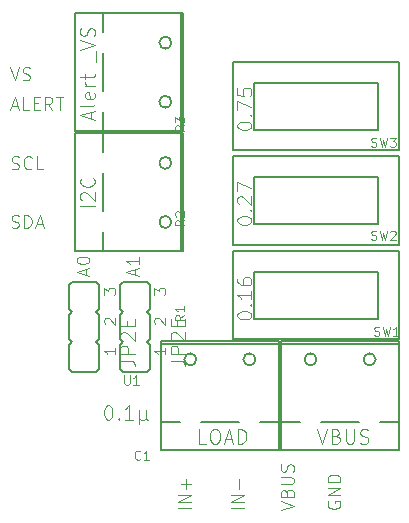
<source format=gto>
G04 #@! TF.GenerationSoftware,KiCad,Pcbnew,5.1.5*
G04 #@! TF.CreationDate,2020-04-17T15:55:13+02:00*
G04 #@! TF.ProjectId,eco_measurement_ina226,65636f5f-6d65-4617-9375-72656d656e74,rev?*
G04 #@! TF.SameCoordinates,Original*
G04 #@! TF.FileFunction,Legend,Top*
G04 #@! TF.FilePolarity,Positive*
%FSLAX46Y46*%
G04 Gerber Fmt 4.6, Leading zero omitted, Abs format (unit mm)*
G04 Created by KiCad (PCBNEW 5.1.5) date 2020-04-17 15:55:13*
%MOMM*%
%LPD*%
G04 APERTURE LIST*
%ADD10C,0.091440*%
%ADD11C,0.065024*%
%ADD12C,0.152400*%
%ADD13C,0.127000*%
%ADD14C,0.061772*%
%ADD15C,0.096520*%
%ADD16C,0.120650*%
%ADD17C,0.118872*%
G04 APERTURE END LIST*
D10*
X151969392Y-126065628D02*
X150883542Y-126065628D01*
X151969392Y-125548556D02*
X150883542Y-125548556D01*
X151969392Y-124928071D01*
X150883542Y-124928071D01*
X151555735Y-124410999D02*
X151555735Y-123583685D01*
X147469392Y-126065628D02*
X146383542Y-126065628D01*
X147469392Y-125548556D02*
X146383542Y-125548556D01*
X147469392Y-124928071D01*
X146383542Y-124928071D01*
X147055735Y-124410999D02*
X147055735Y-123583685D01*
X147469392Y-123997342D02*
X146642078Y-123997342D01*
X155083542Y-126220749D02*
X156169392Y-125858799D01*
X155083542Y-125496849D01*
X155600614Y-124772949D02*
X155652321Y-124617828D01*
X155704028Y-124566121D01*
X155807442Y-124514414D01*
X155962564Y-124514414D01*
X156065978Y-124566121D01*
X156117685Y-124617828D01*
X156169392Y-124721242D01*
X156169392Y-125134899D01*
X155083542Y-125134899D01*
X155083542Y-124772949D01*
X155135250Y-124669535D01*
X155186957Y-124617828D01*
X155290371Y-124566121D01*
X155393785Y-124566121D01*
X155497200Y-124617828D01*
X155548907Y-124669535D01*
X155600614Y-124772949D01*
X155600614Y-125134899D01*
X155083542Y-124049049D02*
X155962564Y-124049049D01*
X156065978Y-123997342D01*
X156117685Y-123945635D01*
X156169392Y-123842221D01*
X156169392Y-123635392D01*
X156117685Y-123531978D01*
X156065978Y-123480271D01*
X155962564Y-123428564D01*
X155083542Y-123428564D01*
X156117685Y-122963199D02*
X156169392Y-122808078D01*
X156169392Y-122549542D01*
X156117685Y-122446128D01*
X156065978Y-122394421D01*
X155962564Y-122342714D01*
X155859150Y-122342714D01*
X155755735Y-122394421D01*
X155704028Y-122446128D01*
X155652321Y-122549542D01*
X155600614Y-122756371D01*
X155548907Y-122859785D01*
X155497200Y-122911492D01*
X155393785Y-122963199D01*
X155290371Y-122963199D01*
X155186957Y-122911492D01*
X155135250Y-122859785D01*
X155083542Y-122756371D01*
X155083542Y-122497835D01*
X155135250Y-122342714D01*
X159105250Y-125496849D02*
X159053542Y-125600264D01*
X159053542Y-125755385D01*
X159105250Y-125910506D01*
X159208664Y-126013921D01*
X159312078Y-126065628D01*
X159518907Y-126117335D01*
X159674028Y-126117335D01*
X159880857Y-126065628D01*
X159984271Y-126013921D01*
X160087685Y-125910506D01*
X160139392Y-125755385D01*
X160139392Y-125651971D01*
X160087685Y-125496849D01*
X160035978Y-125445142D01*
X159674028Y-125445142D01*
X159674028Y-125651971D01*
X160139392Y-124979778D02*
X159053542Y-124979778D01*
X160139392Y-124359292D01*
X159053542Y-124359292D01*
X160139392Y-123842221D02*
X159053542Y-123842221D01*
X159053542Y-123583685D01*
X159105250Y-123428564D01*
X159208664Y-123325149D01*
X159312078Y-123273442D01*
X159518907Y-123221735D01*
X159674028Y-123221735D01*
X159880857Y-123273442D01*
X159984271Y-123325149D01*
X160087685Y-123428564D01*
X160139392Y-123583685D01*
X160139392Y-123842221D01*
X132183950Y-88746042D02*
X132545900Y-89831892D01*
X132907850Y-88746042D01*
X133218093Y-89780185D02*
X133373214Y-89831892D01*
X133631750Y-89831892D01*
X133735164Y-89780185D01*
X133786871Y-89728478D01*
X133838578Y-89625064D01*
X133838578Y-89521650D01*
X133786871Y-89418235D01*
X133735164Y-89366528D01*
X133631750Y-89314821D01*
X133424921Y-89263114D01*
X133321507Y-89211407D01*
X133269800Y-89159700D01*
X133218093Y-89056285D01*
X133218093Y-88952871D01*
X133269800Y-88849457D01*
X133321507Y-88797750D01*
X133424921Y-88746042D01*
X133683457Y-88746042D01*
X133838578Y-88797750D01*
X132287364Y-92021650D02*
X132804436Y-92021650D01*
X132183950Y-92331892D02*
X132545900Y-91246042D01*
X132907850Y-92331892D01*
X133786871Y-92331892D02*
X133269800Y-92331892D01*
X133269800Y-91246042D01*
X134148821Y-91763114D02*
X134510771Y-91763114D01*
X134665893Y-92331892D02*
X134148821Y-92331892D01*
X134148821Y-91246042D01*
X134665893Y-91246042D01*
X135751743Y-92331892D02*
X135389793Y-91814821D01*
X135131257Y-92331892D02*
X135131257Y-91246042D01*
X135544914Y-91246042D01*
X135648328Y-91297750D01*
X135700036Y-91349457D01*
X135751743Y-91452871D01*
X135751743Y-91607992D01*
X135700036Y-91711407D01*
X135648328Y-91763114D01*
X135544914Y-91814821D01*
X135131257Y-91814821D01*
X136061986Y-91246042D02*
X136682471Y-91246042D01*
X136372228Y-92331892D02*
X136372228Y-91246042D01*
X132287364Y-97320185D02*
X132442486Y-97371892D01*
X132701021Y-97371892D01*
X132804436Y-97320185D01*
X132856143Y-97268478D01*
X132907850Y-97165064D01*
X132907850Y-97061650D01*
X132856143Y-96958235D01*
X132804436Y-96906528D01*
X132701021Y-96854821D01*
X132494193Y-96803114D01*
X132390778Y-96751407D01*
X132339071Y-96699700D01*
X132287364Y-96596285D01*
X132287364Y-96492871D01*
X132339071Y-96389457D01*
X132390778Y-96337750D01*
X132494193Y-96286042D01*
X132752728Y-96286042D01*
X132907850Y-96337750D01*
X133993700Y-97268478D02*
X133941993Y-97320185D01*
X133786871Y-97371892D01*
X133683457Y-97371892D01*
X133528336Y-97320185D01*
X133424921Y-97216771D01*
X133373214Y-97113357D01*
X133321507Y-96906528D01*
X133321507Y-96751407D01*
X133373214Y-96544578D01*
X133424921Y-96441164D01*
X133528336Y-96337750D01*
X133683457Y-96286042D01*
X133786871Y-96286042D01*
X133941993Y-96337750D01*
X133993700Y-96389457D01*
X134976136Y-97371892D02*
X134459064Y-97371892D01*
X134459064Y-96286042D01*
X132287364Y-102280185D02*
X132442486Y-102331892D01*
X132701021Y-102331892D01*
X132804436Y-102280185D01*
X132856143Y-102228478D01*
X132907850Y-102125064D01*
X132907850Y-102021650D01*
X132856143Y-101918235D01*
X132804436Y-101866528D01*
X132701021Y-101814821D01*
X132494193Y-101763114D01*
X132390778Y-101711407D01*
X132339071Y-101659700D01*
X132287364Y-101556285D01*
X132287364Y-101452871D01*
X132339071Y-101349457D01*
X132390778Y-101297750D01*
X132494193Y-101246042D01*
X132752728Y-101246042D01*
X132907850Y-101297750D01*
X133373214Y-102331892D02*
X133373214Y-101246042D01*
X133631750Y-101246042D01*
X133786871Y-101297750D01*
X133890286Y-101401164D01*
X133941993Y-101504578D01*
X133993700Y-101711407D01*
X133993700Y-101866528D01*
X133941993Y-102073357D01*
X133890286Y-102176771D01*
X133786871Y-102280185D01*
X133631750Y-102331892D01*
X133373214Y-102331892D01*
X134407357Y-102021650D02*
X134924428Y-102021650D01*
X134303943Y-102331892D02*
X134665893Y-101246042D01*
X135027843Y-102331892D01*
X138569150Y-106317335D02*
X138569150Y-105800264D01*
X138879392Y-106420749D02*
X137793542Y-106058799D01*
X138879392Y-105696849D01*
X137793542Y-105128071D02*
X137793542Y-105024656D01*
X137845250Y-104921242D01*
X137896957Y-104869535D01*
X138000371Y-104817828D01*
X138207200Y-104766121D01*
X138465735Y-104766121D01*
X138672564Y-104817828D01*
X138775978Y-104869535D01*
X138827685Y-104921242D01*
X138879392Y-105024656D01*
X138879392Y-105128071D01*
X138827685Y-105231485D01*
X138775978Y-105283192D01*
X138672564Y-105334899D01*
X138465735Y-105386606D01*
X138207200Y-105386606D01*
X138000371Y-105334899D01*
X137896957Y-105283192D01*
X137845250Y-105231485D01*
X137793542Y-105128071D01*
X142774150Y-106342335D02*
X142774150Y-105825264D01*
X143084392Y-106445749D02*
X141998542Y-106083799D01*
X143084392Y-105721849D01*
X143084392Y-104791121D02*
X143084392Y-105411606D01*
X143084392Y-105101364D02*
X141998542Y-105101364D01*
X142153664Y-105204778D01*
X142257078Y-105308192D01*
X142308785Y-105411606D01*
D11*
X141837213Y-114824670D02*
X141837213Y-115449752D01*
X141873982Y-115523291D01*
X141910752Y-115560060D01*
X141984291Y-115596830D01*
X142131369Y-115596830D01*
X142204908Y-115560060D01*
X142241677Y-115523291D01*
X142278447Y-115449752D01*
X142278447Y-114824670D01*
X143050607Y-115596830D02*
X142609373Y-115596830D01*
X142829990Y-115596830D02*
X142829990Y-114824670D01*
X142756451Y-114934979D01*
X142682912Y-115008518D01*
X142609373Y-115045287D01*
D12*
X152937900Y-113468800D02*
G75*
G03X152937900Y-113468800I-508000J0D01*
G01*
X147934100Y-113468800D02*
G75*
G03X147934100Y-113468800I-508000J0D01*
G01*
X154919100Y-112147600D02*
X154919100Y-118751600D01*
X144937100Y-112147600D02*
X144937100Y-111944600D01*
X144937100Y-112147600D02*
X154919100Y-112147600D01*
X154919100Y-118751600D02*
X154919100Y-121139600D01*
X144937100Y-118751600D02*
X144937100Y-112147600D01*
X153319100Y-118751600D02*
X154919100Y-118751600D01*
X148315100Y-118751600D02*
X151541100Y-118751600D01*
X144937100Y-118751600D02*
X146537100Y-118751600D01*
X144937100Y-121139600D02*
X144937100Y-118751600D01*
X154919100Y-111944600D02*
X144937100Y-111944600D01*
X154919100Y-111944600D02*
X154919100Y-112147600D01*
X144937100Y-121139600D02*
X154919100Y-121139600D01*
X163112900Y-113468800D02*
G75*
G03X163112900Y-113468800I-508000J0D01*
G01*
X158109100Y-113468800D02*
G75*
G03X158109100Y-113468800I-508000J0D01*
G01*
X165094100Y-112147600D02*
X165094100Y-118751600D01*
X155112100Y-112147600D02*
X155112100Y-111944600D01*
X155112100Y-112147600D02*
X165094100Y-112147600D01*
X165094100Y-118751600D02*
X165094100Y-121139600D01*
X155112100Y-118751600D02*
X155112100Y-112147600D01*
X163494100Y-118751600D02*
X165094100Y-118751600D01*
X158490100Y-118751600D02*
X161716100Y-118751600D01*
X155112100Y-118751600D02*
X156712100Y-118751600D01*
X155112100Y-121139600D02*
X155112100Y-118751600D01*
X165094100Y-111944600D02*
X155112100Y-111944600D01*
X165094100Y-111944600D02*
X165094100Y-112147600D01*
X155112100Y-121139600D02*
X165094100Y-121139600D01*
X145818900Y-91657400D02*
G75*
G03X145818900Y-91657400I-508000J0D01*
G01*
X145818900Y-86653600D02*
G75*
G03X145818900Y-86653600I-508000J0D01*
G01*
X146632100Y-94146600D02*
X140028100Y-94146600D01*
X146632100Y-84164600D02*
X146835100Y-84164600D01*
X146632100Y-84164600D02*
X146632100Y-94146600D01*
X140028100Y-94146600D02*
X137640100Y-94146600D01*
X140028100Y-84164600D02*
X146632100Y-84164600D01*
X140028100Y-92546600D02*
X140028100Y-94146600D01*
X140028100Y-87542600D02*
X140028100Y-90768600D01*
X140028100Y-84164600D02*
X140028100Y-85764600D01*
X137640100Y-84164600D02*
X140028100Y-84164600D01*
X146835100Y-94146600D02*
X146835100Y-84164600D01*
X146835100Y-94146600D02*
X146632100Y-94146600D01*
X137640100Y-84164600D02*
X137640100Y-94146600D01*
X145818900Y-101835900D02*
G75*
G03X145818900Y-101835900I-508000J0D01*
G01*
X145818900Y-96832100D02*
G75*
G03X145818900Y-96832100I-508000J0D01*
G01*
X146632100Y-104325100D02*
X140028100Y-104325100D01*
X146632100Y-94343100D02*
X146835100Y-94343100D01*
X146632100Y-94343100D02*
X146632100Y-104325100D01*
X140028100Y-104325100D02*
X137640100Y-104325100D01*
X140028100Y-94343100D02*
X146632100Y-94343100D01*
X140028100Y-102725100D02*
X140028100Y-104325100D01*
X140028100Y-97721100D02*
X140028100Y-100947100D01*
X140028100Y-94343100D02*
X140028100Y-95943100D01*
X137640100Y-94343100D02*
X140028100Y-94343100D01*
X146835100Y-104325100D02*
X146835100Y-94343100D01*
X146835100Y-104325100D02*
X146632100Y-104325100D01*
X137640100Y-94343100D02*
X137640100Y-104325100D01*
X143971100Y-112252600D02*
X143971100Y-114284600D01*
X143971100Y-109712600D02*
X143971100Y-111744600D01*
X143717100Y-114538600D02*
X143971100Y-114284600D01*
X143971100Y-112252600D02*
X143717100Y-111998600D01*
X143717100Y-111998600D02*
X143971100Y-111744600D01*
X143971100Y-109712600D02*
X143717100Y-109458600D01*
X141431100Y-112252600D02*
X141431100Y-114284600D01*
X141685100Y-114538600D02*
X141431100Y-114284600D01*
X141431100Y-112252600D02*
X141685100Y-111998600D01*
X141685100Y-111998600D02*
X141431100Y-111744600D01*
X141431100Y-109712600D02*
X141431100Y-111744600D01*
X141431100Y-109712600D02*
X141685100Y-109458600D01*
X141685100Y-106918600D02*
X143717100Y-106918600D01*
X141431100Y-107172600D02*
X141685100Y-106918600D01*
X143971100Y-107172600D02*
X143717100Y-106918600D01*
X143717100Y-109458600D02*
X143971100Y-109204600D01*
X143971100Y-107172600D02*
X143971100Y-109204600D01*
X141685100Y-109458600D02*
X141431100Y-109204600D01*
X141431100Y-107172600D02*
X141431100Y-109204600D01*
X143717100Y-114538600D02*
X141685100Y-114538600D01*
X139721100Y-112252600D02*
X139721100Y-114284600D01*
X139721100Y-109712600D02*
X139721100Y-111744600D01*
X139467100Y-114538600D02*
X139721100Y-114284600D01*
X139721100Y-112252600D02*
X139467100Y-111998600D01*
X139467100Y-111998600D02*
X139721100Y-111744600D01*
X139721100Y-109712600D02*
X139467100Y-109458600D01*
X137181100Y-112252600D02*
X137181100Y-114284600D01*
X137435100Y-114538600D02*
X137181100Y-114284600D01*
X137181100Y-112252600D02*
X137435100Y-111998600D01*
X137435100Y-111998600D02*
X137181100Y-111744600D01*
X137181100Y-109712600D02*
X137181100Y-111744600D01*
X137181100Y-109712600D02*
X137435100Y-109458600D01*
X137435100Y-106918600D02*
X139467100Y-106918600D01*
X137181100Y-107172600D02*
X137435100Y-106918600D01*
X139721100Y-107172600D02*
X139467100Y-106918600D01*
X139467100Y-109458600D02*
X139721100Y-109204600D01*
X139721100Y-107172600D02*
X139721100Y-109204600D01*
X137435100Y-109458600D02*
X137181100Y-109204600D01*
X137181100Y-107172600D02*
X137181100Y-109204600D01*
X139467100Y-114538600D02*
X137435100Y-114538600D01*
D13*
X152801100Y-106028600D02*
X163301100Y-106028600D01*
X152801100Y-110028600D02*
X152801100Y-106028600D01*
X163301100Y-110028600D02*
X152801100Y-110028600D01*
X163301100Y-106028600D02*
X163301100Y-110028600D01*
X165101100Y-111778600D02*
X151001100Y-111778600D01*
X165101100Y-104278600D02*
X165101100Y-111778600D01*
X151001100Y-104278600D02*
X165101100Y-104278600D01*
X151001100Y-111778600D02*
X151001100Y-104278600D01*
X152801100Y-98028600D02*
X163301100Y-98028600D01*
X152801100Y-102028600D02*
X152801100Y-98028600D01*
X163301100Y-102028600D02*
X152801100Y-102028600D01*
X163301100Y-98028600D02*
X163301100Y-102028600D01*
X165101100Y-103778600D02*
X151001100Y-103778600D01*
X165101100Y-96278600D02*
X165101100Y-103778600D01*
X151001100Y-96278600D02*
X165101100Y-96278600D01*
X151001100Y-103778600D02*
X151001100Y-96278600D01*
X152801100Y-90028600D02*
X163301100Y-90028600D01*
X152801100Y-94028600D02*
X152801100Y-90028600D01*
X163301100Y-94028600D02*
X152801100Y-94028600D01*
X163301100Y-90028600D02*
X163301100Y-94028600D01*
X165101100Y-95778600D02*
X151001100Y-95778600D01*
X165101100Y-88278600D02*
X165101100Y-95778600D01*
X151001100Y-88278600D02*
X165101100Y-88278600D01*
X151001100Y-95778600D02*
X151001100Y-88278600D01*
D14*
X146909330Y-109703366D02*
X146541635Y-109960752D01*
X146909330Y-110144600D02*
X146137170Y-110144600D01*
X146137170Y-109850444D01*
X146173940Y-109776905D01*
X146210709Y-109740135D01*
X146284248Y-109703366D01*
X146394557Y-109703366D01*
X146468096Y-109740135D01*
X146504865Y-109776905D01*
X146541635Y-109850444D01*
X146541635Y-110144600D01*
X146909330Y-108967975D02*
X146909330Y-109409210D01*
X146909330Y-109188592D02*
X146137170Y-109188592D01*
X146247479Y-109262132D01*
X146321018Y-109335671D01*
X146357787Y-109409210D01*
D15*
X151390047Y-109788790D02*
X151390047Y-109673885D01*
X151447500Y-109558981D01*
X151504952Y-109501528D01*
X151619857Y-109444076D01*
X151849666Y-109386623D01*
X152136928Y-109386623D01*
X152366738Y-109444076D01*
X152481642Y-109501528D01*
X152539095Y-109558981D01*
X152596547Y-109673885D01*
X152596547Y-109788790D01*
X152539095Y-109903695D01*
X152481642Y-109961147D01*
X152366738Y-110018600D01*
X152136928Y-110076052D01*
X151849666Y-110076052D01*
X151619857Y-110018600D01*
X151504952Y-109961147D01*
X151447500Y-109903695D01*
X151390047Y-109788790D01*
X152481642Y-108869552D02*
X152539095Y-108812100D01*
X152596547Y-108869552D01*
X152539095Y-108927004D01*
X152481642Y-108869552D01*
X152596547Y-108869552D01*
X152596547Y-107663052D02*
X152596547Y-108352481D01*
X152596547Y-108007766D02*
X151390047Y-108007766D01*
X151562404Y-108122671D01*
X151677309Y-108237576D01*
X151734761Y-108352481D01*
X151390047Y-106628909D02*
X151390047Y-106858719D01*
X151447500Y-106973623D01*
X151504952Y-107031076D01*
X151677309Y-107145981D01*
X151907119Y-107203433D01*
X152366738Y-107203433D01*
X152481642Y-107145981D01*
X152539095Y-107088528D01*
X152596547Y-106973623D01*
X152596547Y-106743814D01*
X152539095Y-106628909D01*
X152481642Y-106571457D01*
X152366738Y-106514004D01*
X152079476Y-106514004D01*
X151964571Y-106571457D01*
X151907119Y-106628909D01*
X151849666Y-106743814D01*
X151849666Y-106973623D01*
X151907119Y-107088528D01*
X151964571Y-107145981D01*
X152079476Y-107203433D01*
D14*
X146909330Y-101678366D02*
X146541635Y-101935752D01*
X146909330Y-102119600D02*
X146137170Y-102119600D01*
X146137170Y-101825444D01*
X146173940Y-101751905D01*
X146210709Y-101715135D01*
X146284248Y-101678366D01*
X146394557Y-101678366D01*
X146468096Y-101715135D01*
X146504865Y-101751905D01*
X146541635Y-101825444D01*
X146541635Y-102119600D01*
X146210709Y-101384210D02*
X146173940Y-101347440D01*
X146137170Y-101273901D01*
X146137170Y-101090053D01*
X146173940Y-101016514D01*
X146210709Y-100979745D01*
X146284248Y-100942975D01*
X146357787Y-100942975D01*
X146468096Y-100979745D01*
X146909330Y-101420979D01*
X146909330Y-100942975D01*
D15*
X151390047Y-101763790D02*
X151390047Y-101648885D01*
X151447500Y-101533981D01*
X151504952Y-101476528D01*
X151619857Y-101419076D01*
X151849666Y-101361623D01*
X152136928Y-101361623D01*
X152366738Y-101419076D01*
X152481642Y-101476528D01*
X152539095Y-101533981D01*
X152596547Y-101648885D01*
X152596547Y-101763790D01*
X152539095Y-101878695D01*
X152481642Y-101936147D01*
X152366738Y-101993600D01*
X152136928Y-102051052D01*
X151849666Y-102051052D01*
X151619857Y-101993600D01*
X151504952Y-101936147D01*
X151447500Y-101878695D01*
X151390047Y-101763790D01*
X152481642Y-100844552D02*
X152539095Y-100787100D01*
X152596547Y-100844552D01*
X152539095Y-100902004D01*
X152481642Y-100844552D01*
X152596547Y-100844552D01*
X151504952Y-100327481D02*
X151447500Y-100270028D01*
X151390047Y-100155123D01*
X151390047Y-99867862D01*
X151447500Y-99752957D01*
X151504952Y-99695504D01*
X151619857Y-99638052D01*
X151734761Y-99638052D01*
X151907119Y-99695504D01*
X152596547Y-100384933D01*
X152596547Y-99638052D01*
X151390047Y-99235885D02*
X151390047Y-98431552D01*
X152596547Y-98948623D01*
D14*
X146909330Y-93653366D02*
X146541635Y-93910752D01*
X146909330Y-94094600D02*
X146137170Y-94094600D01*
X146137170Y-93800444D01*
X146173940Y-93726905D01*
X146210709Y-93690135D01*
X146284248Y-93653366D01*
X146394557Y-93653366D01*
X146468096Y-93690135D01*
X146504865Y-93726905D01*
X146541635Y-93800444D01*
X146541635Y-94094600D01*
X146137170Y-93395979D02*
X146137170Y-92917975D01*
X146431326Y-93175362D01*
X146431326Y-93065053D01*
X146468096Y-92991514D01*
X146504865Y-92954745D01*
X146578404Y-92917975D01*
X146762252Y-92917975D01*
X146835791Y-92954745D01*
X146872560Y-92991514D01*
X146909330Y-93065053D01*
X146909330Y-93285671D01*
X146872560Y-93359210D01*
X146835791Y-93395979D01*
D15*
X151390047Y-93738790D02*
X151390047Y-93623885D01*
X151447500Y-93508981D01*
X151504952Y-93451528D01*
X151619857Y-93394076D01*
X151849666Y-93336623D01*
X152136928Y-93336623D01*
X152366738Y-93394076D01*
X152481642Y-93451528D01*
X152539095Y-93508981D01*
X152596547Y-93623885D01*
X152596547Y-93738790D01*
X152539095Y-93853695D01*
X152481642Y-93911147D01*
X152366738Y-93968600D01*
X152136928Y-94026052D01*
X151849666Y-94026052D01*
X151619857Y-93968600D01*
X151504952Y-93911147D01*
X151447500Y-93853695D01*
X151390047Y-93738790D01*
X152481642Y-92819552D02*
X152539095Y-92762100D01*
X152596547Y-92819552D01*
X152539095Y-92877004D01*
X152481642Y-92819552D01*
X152596547Y-92819552D01*
X151390047Y-92359933D02*
X151390047Y-91555600D01*
X152596547Y-92072671D01*
X151390047Y-90521457D02*
X151390047Y-91095981D01*
X151964571Y-91153433D01*
X151907119Y-91095981D01*
X151849666Y-90981076D01*
X151849666Y-90693814D01*
X151907119Y-90578909D01*
X151964571Y-90521457D01*
X152079476Y-90464004D01*
X152366738Y-90464004D01*
X152481642Y-90521457D01*
X152539095Y-90578909D01*
X152596547Y-90693814D01*
X152596547Y-90981076D01*
X152539095Y-91095981D01*
X152481642Y-91153433D01*
D16*
X148768208Y-120592547D02*
X148193684Y-120592547D01*
X148193684Y-119386047D01*
X149400184Y-119386047D02*
X149629993Y-119386047D01*
X149744898Y-119443500D01*
X149859803Y-119558404D01*
X149917255Y-119788214D01*
X149917255Y-120190380D01*
X149859803Y-120420190D01*
X149744898Y-120535095D01*
X149629993Y-120592547D01*
X149400184Y-120592547D01*
X149285279Y-120535095D01*
X149170374Y-120420190D01*
X149112922Y-120190380D01*
X149112922Y-119788214D01*
X149170374Y-119558404D01*
X149285279Y-119443500D01*
X149400184Y-119386047D01*
X150376874Y-120247833D02*
X150951398Y-120247833D01*
X150261970Y-120592547D02*
X150664136Y-119386047D01*
X151066303Y-120592547D01*
X151468470Y-120592547D02*
X151468470Y-119386047D01*
X151755732Y-119386047D01*
X151928089Y-119443500D01*
X152042993Y-119558404D01*
X152100446Y-119673309D01*
X152157898Y-119903119D01*
X152157898Y-120075476D01*
X152100446Y-120305285D01*
X152042993Y-120420190D01*
X151928089Y-120535095D01*
X151755732Y-120592547D01*
X151468470Y-120592547D01*
X158181327Y-119386047D02*
X158583493Y-120592547D01*
X158985660Y-119386047D01*
X159789993Y-119960571D02*
X159962351Y-120018023D01*
X160019803Y-120075476D01*
X160077255Y-120190380D01*
X160077255Y-120362738D01*
X160019803Y-120477642D01*
X159962351Y-120535095D01*
X159847446Y-120592547D01*
X159387827Y-120592547D01*
X159387827Y-119386047D01*
X159789993Y-119386047D01*
X159904898Y-119443500D01*
X159962351Y-119500952D01*
X160019803Y-119615857D01*
X160019803Y-119730761D01*
X159962351Y-119845666D01*
X159904898Y-119903119D01*
X159789993Y-119960571D01*
X159387827Y-119960571D01*
X160594327Y-119386047D02*
X160594327Y-120362738D01*
X160651779Y-120477642D01*
X160709232Y-120535095D01*
X160824136Y-120592547D01*
X161053946Y-120592547D01*
X161168851Y-120535095D01*
X161226303Y-120477642D01*
X161283755Y-120362738D01*
X161283755Y-119386047D01*
X161800827Y-120535095D02*
X161973184Y-120592547D01*
X162260446Y-120592547D01*
X162375351Y-120535095D01*
X162432803Y-120477642D01*
X162490255Y-120362738D01*
X162490255Y-120247833D01*
X162432803Y-120132928D01*
X162375351Y-120075476D01*
X162260446Y-120018023D01*
X162030636Y-119960571D01*
X161915732Y-119903119D01*
X161858279Y-119845666D01*
X161800827Y-119730761D01*
X161800827Y-119615857D01*
X161858279Y-119500952D01*
X161915732Y-119443500D01*
X162030636Y-119386047D01*
X162317898Y-119386047D01*
X162490255Y-119443500D01*
X138980333Y-93096851D02*
X138980333Y-92522327D01*
X139325047Y-93211755D02*
X138118547Y-92809589D01*
X139325047Y-92407422D01*
X139325047Y-91832898D02*
X139267595Y-91947803D01*
X139152690Y-92005255D01*
X138118547Y-92005255D01*
X139267595Y-90913660D02*
X139325047Y-91028565D01*
X139325047Y-91258374D01*
X139267595Y-91373279D01*
X139152690Y-91430732D01*
X138693071Y-91430732D01*
X138578166Y-91373279D01*
X138520714Y-91258374D01*
X138520714Y-91028565D01*
X138578166Y-90913660D01*
X138693071Y-90856208D01*
X138807976Y-90856208D01*
X138922880Y-91430732D01*
X139325047Y-90339136D02*
X138520714Y-90339136D01*
X138750523Y-90339136D02*
X138635619Y-90281684D01*
X138578166Y-90224232D01*
X138520714Y-90109327D01*
X138520714Y-89994422D01*
X138520714Y-89764612D02*
X138520714Y-89304993D01*
X138118547Y-89592255D02*
X139152690Y-89592255D01*
X139267595Y-89534803D01*
X139325047Y-89419898D01*
X139325047Y-89304993D01*
X139439952Y-88270851D02*
X139439952Y-87351612D01*
X138118547Y-87236708D02*
X139325047Y-86834541D01*
X138118547Y-86432374D01*
X139267595Y-86087660D02*
X139325047Y-85915303D01*
X139325047Y-85628041D01*
X139267595Y-85513136D01*
X139210142Y-85455684D01*
X139095238Y-85398232D01*
X138980333Y-85398232D01*
X138865428Y-85455684D01*
X138807976Y-85513136D01*
X138750523Y-85628041D01*
X138693071Y-85857851D01*
X138635619Y-85972755D01*
X138578166Y-86030208D01*
X138463261Y-86087660D01*
X138348357Y-86087660D01*
X138233452Y-86030208D01*
X138176000Y-85972755D01*
X138118547Y-85857851D01*
X138118547Y-85570589D01*
X138176000Y-85398232D01*
X139325047Y-100511232D02*
X138118547Y-100511232D01*
X138233452Y-99994160D02*
X138176000Y-99936708D01*
X138118547Y-99821803D01*
X138118547Y-99534541D01*
X138176000Y-99419636D01*
X138233452Y-99362184D01*
X138348357Y-99304732D01*
X138463261Y-99304732D01*
X138635619Y-99362184D01*
X139325047Y-100051612D01*
X139325047Y-99304732D01*
X139210142Y-98098232D02*
X139267595Y-98155684D01*
X139325047Y-98328041D01*
X139325047Y-98442946D01*
X139267595Y-98615303D01*
X139152690Y-98730208D01*
X139037785Y-98787660D01*
X138807976Y-98845112D01*
X138635619Y-98845112D01*
X138405809Y-98787660D01*
X138290904Y-98730208D01*
X138176000Y-98615303D01*
X138118547Y-98442946D01*
X138118547Y-98328041D01*
X138176000Y-98155684D01*
X138233452Y-98098232D01*
X145755147Y-113574201D02*
X146616933Y-113574201D01*
X146789290Y-113631653D01*
X146904195Y-113746558D01*
X146961647Y-113918915D01*
X146961647Y-114033820D01*
X146961647Y-112999677D02*
X145755147Y-112999677D01*
X145755147Y-112540058D01*
X145812600Y-112425153D01*
X145870052Y-112367701D01*
X145984957Y-112310248D01*
X146157314Y-112310248D01*
X146272219Y-112367701D01*
X146329671Y-112425153D01*
X146387123Y-112540058D01*
X146387123Y-112999677D01*
X145870052Y-111850629D02*
X145812600Y-111793177D01*
X145755147Y-111678272D01*
X145755147Y-111391010D01*
X145812600Y-111276106D01*
X145870052Y-111218653D01*
X145984957Y-111161201D01*
X146099861Y-111161201D01*
X146272219Y-111218653D01*
X146961647Y-111908082D01*
X146961647Y-111161201D01*
X146329671Y-110644129D02*
X146329671Y-110241963D01*
X146961647Y-110069606D02*
X146961647Y-110644129D01*
X145755147Y-110644129D01*
X145755147Y-110069606D01*
D17*
X144382217Y-107976894D02*
X144382217Y-107394327D01*
X144740720Y-107708017D01*
X144740720Y-107573578D01*
X144785532Y-107483953D01*
X144830345Y-107439140D01*
X144919971Y-107394327D01*
X145144035Y-107394327D01*
X145233661Y-107439140D01*
X145278474Y-107483953D01*
X145323287Y-107573578D01*
X145323287Y-107842456D01*
X145278474Y-107932081D01*
X145233661Y-107976894D01*
X144471842Y-110472081D02*
X144427030Y-110427268D01*
X144382217Y-110337643D01*
X144382217Y-110113578D01*
X144427030Y-110023953D01*
X144471842Y-109979140D01*
X144561468Y-109934327D01*
X144651094Y-109934327D01*
X144785532Y-109979140D01*
X145323287Y-110516894D01*
X145323287Y-109934327D01*
X145323287Y-112474327D02*
X145323287Y-113012081D01*
X145323287Y-112743204D02*
X144382217Y-112743204D01*
X144516655Y-112832830D01*
X144606281Y-112922456D01*
X144651094Y-113012081D01*
D16*
X141505147Y-113574201D02*
X142366933Y-113574201D01*
X142539290Y-113631653D01*
X142654195Y-113746558D01*
X142711647Y-113918915D01*
X142711647Y-114033820D01*
X142711647Y-112999677D02*
X141505147Y-112999677D01*
X141505147Y-112540058D01*
X141562600Y-112425153D01*
X141620052Y-112367701D01*
X141734957Y-112310248D01*
X141907314Y-112310248D01*
X142022219Y-112367701D01*
X142079671Y-112425153D01*
X142137123Y-112540058D01*
X142137123Y-112999677D01*
X141620052Y-111850629D02*
X141562600Y-111793177D01*
X141505147Y-111678272D01*
X141505147Y-111391010D01*
X141562600Y-111276106D01*
X141620052Y-111218653D01*
X141734957Y-111161201D01*
X141849861Y-111161201D01*
X142022219Y-111218653D01*
X142711647Y-111908082D01*
X142711647Y-111161201D01*
X142079671Y-110644129D02*
X142079671Y-110241963D01*
X142711647Y-110069606D02*
X142711647Y-110644129D01*
X141505147Y-110644129D01*
X141505147Y-110069606D01*
D17*
X140132217Y-107976894D02*
X140132217Y-107394327D01*
X140490720Y-107708017D01*
X140490720Y-107573578D01*
X140535532Y-107483953D01*
X140580345Y-107439140D01*
X140669971Y-107394327D01*
X140894035Y-107394327D01*
X140983661Y-107439140D01*
X141028474Y-107483953D01*
X141073287Y-107573578D01*
X141073287Y-107842456D01*
X141028474Y-107932081D01*
X140983661Y-107976894D01*
X140221842Y-110472081D02*
X140177030Y-110427268D01*
X140132217Y-110337643D01*
X140132217Y-110113578D01*
X140177030Y-110023953D01*
X140221842Y-109979140D01*
X140311468Y-109934327D01*
X140401094Y-109934327D01*
X140535532Y-109979140D01*
X141073287Y-110516894D01*
X141073287Y-109934327D01*
X141073287Y-112474327D02*
X141073287Y-113012081D01*
X141073287Y-112743204D02*
X140132217Y-112743204D01*
X140266655Y-112832830D01*
X140356281Y-112922456D01*
X140401094Y-113012081D01*
D14*
X143185779Y-121890351D02*
X143149010Y-121927120D01*
X143038701Y-121963890D01*
X142965162Y-121963890D01*
X142854853Y-121927120D01*
X142781314Y-121853581D01*
X142744545Y-121780042D01*
X142707775Y-121632964D01*
X142707775Y-121522656D01*
X142744545Y-121375578D01*
X142781314Y-121302039D01*
X142854853Y-121228500D01*
X142965162Y-121191730D01*
X143038701Y-121191730D01*
X143149010Y-121228500D01*
X143185779Y-121265269D01*
X143921170Y-121963890D02*
X143479935Y-121963890D01*
X143700552Y-121963890D02*
X143700552Y-121191730D01*
X143627013Y-121302039D01*
X143553474Y-121375578D01*
X143479935Y-121412347D01*
D15*
X140426162Y-117361047D02*
X140541066Y-117361047D01*
X140655971Y-117418500D01*
X140713423Y-117475952D01*
X140770876Y-117590857D01*
X140828328Y-117820666D01*
X140828328Y-118107928D01*
X140770876Y-118337738D01*
X140713423Y-118452642D01*
X140655971Y-118510095D01*
X140541066Y-118567547D01*
X140426162Y-118567547D01*
X140311257Y-118510095D01*
X140253804Y-118452642D01*
X140196352Y-118337738D01*
X140138900Y-118107928D01*
X140138900Y-117820666D01*
X140196352Y-117590857D01*
X140253804Y-117475952D01*
X140311257Y-117418500D01*
X140426162Y-117361047D01*
X141345400Y-118452642D02*
X141402852Y-118510095D01*
X141345400Y-118567547D01*
X141287947Y-118510095D01*
X141345400Y-118452642D01*
X141345400Y-118567547D01*
X142551900Y-118567547D02*
X141862471Y-118567547D01*
X142207185Y-118567547D02*
X142207185Y-117361047D01*
X142092281Y-117533404D01*
X141977376Y-117648309D01*
X141862471Y-117705761D01*
X143068971Y-117763214D02*
X143068971Y-118969714D01*
X143643495Y-118395190D02*
X143700947Y-118510095D01*
X143815852Y-118567547D01*
X143068971Y-118395190D02*
X143126423Y-118510095D01*
X143241328Y-118567547D01*
X143471138Y-118567547D01*
X143586042Y-118510095D01*
X143643495Y-118395190D01*
X143643495Y-117763214D01*
D14*
X163001229Y-111432460D02*
X163111538Y-111469230D01*
X163295386Y-111469230D01*
X163368925Y-111432460D01*
X163405694Y-111395691D01*
X163442464Y-111322152D01*
X163442464Y-111248613D01*
X163405694Y-111175074D01*
X163368925Y-111138304D01*
X163295386Y-111101535D01*
X163148307Y-111064765D01*
X163074768Y-111027996D01*
X163037999Y-110991226D01*
X163001229Y-110917687D01*
X163001229Y-110844148D01*
X163037999Y-110770609D01*
X163074768Y-110733840D01*
X163148307Y-110697070D01*
X163332155Y-110697070D01*
X163442464Y-110733840D01*
X163699850Y-110697070D02*
X163883698Y-111469230D01*
X164030776Y-110917687D01*
X164177854Y-111469230D01*
X164361702Y-110697070D01*
X165060323Y-111469230D02*
X164619088Y-111469230D01*
X164839706Y-111469230D02*
X164839706Y-110697070D01*
X164766167Y-110807379D01*
X164692627Y-110880918D01*
X164619088Y-110917687D01*
X162747229Y-103304460D02*
X162857538Y-103341230D01*
X163041386Y-103341230D01*
X163114925Y-103304460D01*
X163151694Y-103267691D01*
X163188464Y-103194152D01*
X163188464Y-103120613D01*
X163151694Y-103047074D01*
X163114925Y-103010304D01*
X163041386Y-102973535D01*
X162894307Y-102936765D01*
X162820768Y-102899996D01*
X162783999Y-102863226D01*
X162747229Y-102789687D01*
X162747229Y-102716148D01*
X162783999Y-102642609D01*
X162820768Y-102605840D01*
X162894307Y-102569070D01*
X163078155Y-102569070D01*
X163188464Y-102605840D01*
X163445850Y-102569070D02*
X163629698Y-103341230D01*
X163776776Y-102789687D01*
X163923854Y-103341230D01*
X164107702Y-102569070D01*
X164365088Y-102642609D02*
X164401858Y-102605840D01*
X164475397Y-102569070D01*
X164659245Y-102569070D01*
X164732784Y-102605840D01*
X164769553Y-102642609D01*
X164806323Y-102716148D01*
X164806323Y-102789687D01*
X164769553Y-102899996D01*
X164328319Y-103341230D01*
X164806323Y-103341230D01*
X162747229Y-95430460D02*
X162857538Y-95467230D01*
X163041386Y-95467230D01*
X163114925Y-95430460D01*
X163151694Y-95393691D01*
X163188464Y-95320152D01*
X163188464Y-95246613D01*
X163151694Y-95173074D01*
X163114925Y-95136304D01*
X163041386Y-95099535D01*
X162894307Y-95062765D01*
X162820768Y-95025996D01*
X162783999Y-94989226D01*
X162747229Y-94915687D01*
X162747229Y-94842148D01*
X162783999Y-94768609D01*
X162820768Y-94731840D01*
X162894307Y-94695070D01*
X163078155Y-94695070D01*
X163188464Y-94731840D01*
X163445850Y-94695070D02*
X163629698Y-95467230D01*
X163776776Y-94915687D01*
X163923854Y-95467230D01*
X164107702Y-94695070D01*
X164328319Y-94695070D02*
X164806323Y-94695070D01*
X164548936Y-94989226D01*
X164659245Y-94989226D01*
X164732784Y-95025996D01*
X164769553Y-95062765D01*
X164806323Y-95136304D01*
X164806323Y-95320152D01*
X164769553Y-95393691D01*
X164732784Y-95430460D01*
X164659245Y-95467230D01*
X164438627Y-95467230D01*
X164365088Y-95430460D01*
X164328319Y-95393691D01*
M02*

</source>
